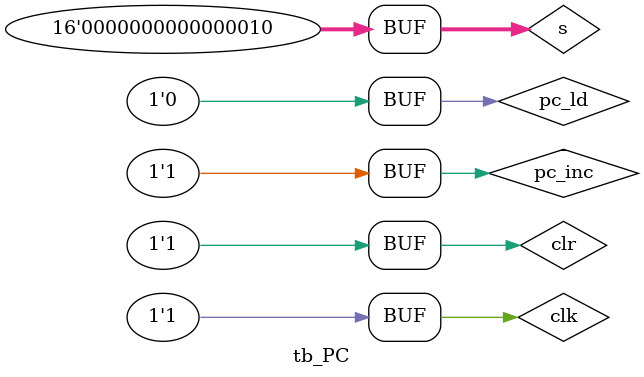
<source format=sv>

module tb_PC( );
    logic pc_ld;
logic clr;
logic pc_inc;
logic clk;
logic [15:0] s;
logic [15:0] pc_addr;

CounterPC dut(pc_ld, clr, pc_inc, clk, s, pc_addr);
   
    always
       begin
         clk <= 0; # 5; clk <= 1; # 5;
    end 
           
    initial begin
        clr = 1; pc_ld = 0; #10;
        clr = 0; #10;
        pc_ld = 1; s = 16'b0010; #10;
        pc_ld = 0; pc_inc = 1; #1000;
        clr = 1;
          
     end
endmodule

</source>
